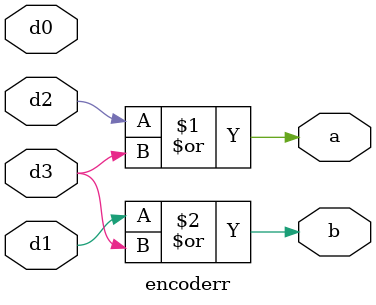
<source format=v>
module encoderr(a,b,d0,d1,d2,d3);
output a,b;
input d0,d1,d2,d3;
or g1(a,d2,d3);
or g2(b,d1,d3);
endmodule

</source>
